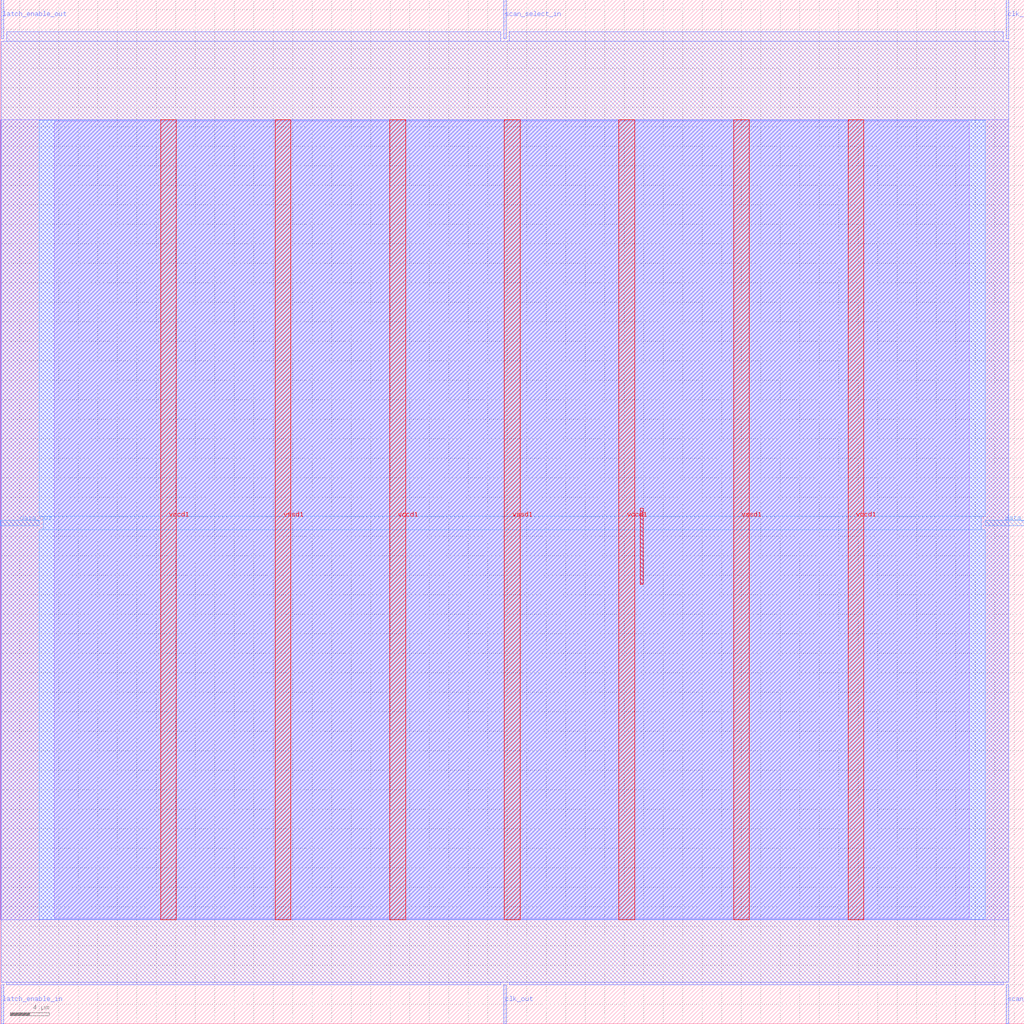
<source format=lef>
VERSION 5.7 ;
  NOWIREEXTENSIONATPIN ON ;
  DIVIDERCHAR "/" ;
  BUSBITCHARS "[]" ;
MACRO scan_wrapper_341462925422101075
  CLASS BLOCK ;
  FOREIGN scan_wrapper_341462925422101075 ;
  ORIGIN 0.000 0.000 ;
  SIZE 105.000 BY 105.000 ;
  PIN clk_in
    DIRECTION INPUT ;
    USE SIGNAL ;
    PORT
      LAYER met2 ;
        RECT 103.130 101.000 103.410 105.000 ;
    END
  END clk_in
  PIN clk_out
    DIRECTION OUTPUT TRISTATE ;
    USE SIGNAL ;
    PORT
      LAYER met2 ;
        RECT 51.610 0.000 51.890 4.000 ;
    END
  END clk_out
  PIN data_in
    DIRECTION INPUT ;
    USE SIGNAL ;
    PORT
      LAYER met3 ;
        RECT 101.000 51.040 105.000 51.640 ;
    END
  END data_in
  PIN data_out
    DIRECTION OUTPUT TRISTATE ;
    USE SIGNAL ;
    PORT
      LAYER met3 ;
        RECT 0.000 51.040 4.000 51.640 ;
    END
  END data_out
  PIN latch_enable_in
    DIRECTION INPUT ;
    USE SIGNAL ;
    PORT
      LAYER met2 ;
        RECT 0.090 0.000 0.370 4.000 ;
    END
  END latch_enable_in
  PIN latch_enable_out
    DIRECTION OUTPUT TRISTATE ;
    USE SIGNAL ;
    PORT
      LAYER met2 ;
        RECT 0.090 101.000 0.370 105.000 ;
    END
  END latch_enable_out
  PIN scan_select_in
    DIRECTION INPUT ;
    USE SIGNAL ;
    PORT
      LAYER met2 ;
        RECT 51.610 101.000 51.890 105.000 ;
    END
  END scan_select_in
  PIN scan_select_out
    DIRECTION OUTPUT TRISTATE ;
    USE SIGNAL ;
    PORT
      LAYER met2 ;
        RECT 103.130 0.000 103.410 4.000 ;
    END
  END scan_select_out
  PIN vccd1
    DIRECTION INOUT ;
    USE POWER ;
    PORT
      LAYER met4 ;
        RECT 16.465 10.640 18.065 92.720 ;
    END
    PORT
      LAYER met4 ;
        RECT 39.955 10.640 41.555 92.720 ;
    END
    PORT
      LAYER met4 ;
        RECT 63.445 10.640 65.045 92.720 ;
    END
    PORT
      LAYER met4 ;
        RECT 86.935 10.640 88.535 92.720 ;
    END
  END vccd1
  PIN vssd1
    DIRECTION INOUT ;
    USE GROUND ;
    PORT
      LAYER met4 ;
        RECT 28.210 10.640 29.810 92.720 ;
    END
    PORT
      LAYER met4 ;
        RECT 51.700 10.640 53.300 92.720 ;
    END
    PORT
      LAYER met4 ;
        RECT 75.190 10.640 76.790 92.720 ;
    END
  END vssd1
  OBS
      LAYER li1 ;
        RECT 5.520 10.795 99.360 92.565 ;
      LAYER met1 ;
        RECT 0.070 10.640 103.430 92.720 ;
      LAYER met2 ;
        RECT 0.650 100.720 51.330 101.730 ;
        RECT 52.170 100.720 102.850 101.730 ;
        RECT 0.100 4.280 103.400 100.720 ;
        RECT 0.650 4.000 51.330 4.280 ;
        RECT 52.170 4.000 102.850 4.280 ;
      LAYER met3 ;
        RECT 4.000 52.040 101.000 92.645 ;
        RECT 4.400 50.640 100.600 52.040 ;
        RECT 4.000 10.715 101.000 50.640 ;
      LAYER met4 ;
        RECT 65.615 45.055 65.945 52.865 ;
  END
END scan_wrapper_341462925422101075
END LIBRARY


</source>
